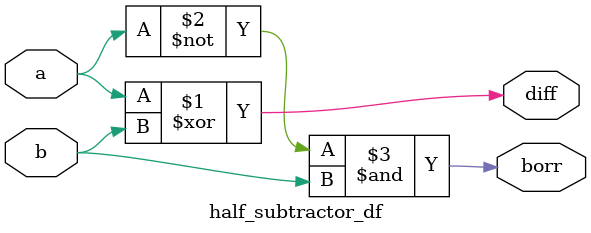
<source format=v>
module half_subtractor_df(output diff, borr, input a,b);
    assign diff = a ^ b;
    assign borr = ~a & b;
endmodule
</source>
